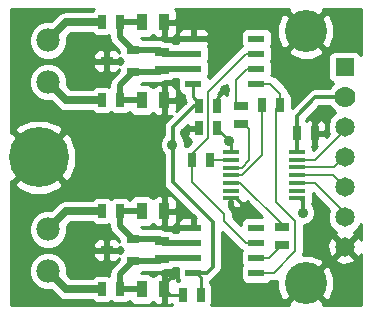
<source format=gtl>
G04 #@! TF.FileFunction,Copper,L1,Top,Signal*
%FSLAX46Y46*%
G04 Gerber Fmt 4.6, Leading zero omitted, Abs format (unit mm)*
G04 Created by KiCad (PCBNEW (2014-11-09 BZR 5259)-product) date Sat 15 Nov 2014 10:42:28 PM PST*
%MOMM*%
G01*
G04 APERTURE LIST*
%ADD10C,0.050000*%
%ADD11R,1.524000X1.524000*%
%ADD12C,1.778000*%
%ADD13C,1.651000*%
%ADD14R,0.889000X1.397000*%
%ADD15R,1.143000X0.635000*%
%ADD16R,0.635000X1.143000*%
%ADD17R,1.000760X0.800100*%
%ADD18R,1.399540X0.599440*%
%ADD19C,3.556000*%
%ADD20C,5.080000*%
%ADD21R,1.397000X0.431800*%
%ADD22C,1.968500*%
%ADD23C,0.889000*%
%ADD24C,0.254000*%
%ADD25C,0.508000*%
%ADD26C,0.304800*%
%ADD27C,0.635000*%
%ADD28C,0.203200*%
G04 APERTURE END LIST*
D10*
D11*
X130556000Y-93980000D03*
D12*
X130556000Y-96520000D03*
D13*
X130556000Y-99060000D03*
X130556000Y-101600000D03*
X130556000Y-104140000D03*
X130556000Y-106680000D03*
X130556000Y-109220000D03*
D14*
X115252500Y-106172000D03*
X113347500Y-106172000D03*
X113347500Y-112776000D03*
X115252500Y-112776000D03*
D15*
X115062000Y-108712000D03*
X115062000Y-110236000D03*
D14*
X115252500Y-90170000D03*
X113347500Y-90170000D03*
X113347500Y-96774000D03*
X115252500Y-96774000D03*
D15*
X115062000Y-92710000D03*
X115062000Y-94234000D03*
D16*
X118364000Y-113284000D03*
X116840000Y-113284000D03*
X118186200Y-97282000D03*
X119710200Y-97282000D03*
X109982000Y-106172000D03*
X111506000Y-106172000D03*
X109982000Y-112776000D03*
X111506000Y-112776000D03*
X109982000Y-90170000D03*
X111506000Y-90170000D03*
X109982000Y-96774000D03*
X111506000Y-96774000D03*
X117596920Y-101831140D03*
X119120920Y-101831140D03*
D15*
X121793000Y-97282000D03*
X121793000Y-98806000D03*
D16*
X125095000Y-97155000D03*
X123571000Y-97155000D03*
D15*
X125196600Y-109016800D03*
X125196600Y-107492800D03*
D17*
X110406180Y-109474000D03*
X112605820Y-108521500D03*
X112605820Y-110426500D03*
X110406180Y-93472000D03*
X112605820Y-92519500D03*
X112605820Y-94424500D03*
D18*
X123063000Y-107569000D03*
X117729000Y-107569000D03*
X123063000Y-108839000D03*
X123063000Y-110109000D03*
X123063000Y-111379000D03*
X117729000Y-108839000D03*
X117729000Y-110109000D03*
X117729000Y-111379000D03*
X123063000Y-91567000D03*
X117729000Y-91567000D03*
X123063000Y-92837000D03*
X123063000Y-94107000D03*
X123063000Y-95377000D03*
X117729000Y-92837000D03*
X117729000Y-94107000D03*
X117729000Y-95377000D03*
D19*
X127254000Y-90932000D03*
X127254000Y-112268000D03*
D20*
X104648000Y-101600000D03*
D21*
X120904000Y-101193600D03*
X120904000Y-101828600D03*
X120904000Y-102489000D03*
X120904000Y-103124000D03*
X120904000Y-103784400D03*
X120904000Y-104432100D03*
X120904000Y-105079800D03*
X126492000Y-105079800D03*
X126492000Y-104432100D03*
X126492000Y-103784400D03*
X126492000Y-103124000D03*
X126492000Y-102476300D03*
X126492000Y-101828600D03*
X126492000Y-101180900D03*
D22*
X105410000Y-107724000D03*
X105410000Y-111224000D03*
X105410000Y-91722000D03*
X105410000Y-95222000D03*
D16*
X118186200Y-99161600D03*
X119710200Y-99161600D03*
X128016000Y-99568000D03*
X126492000Y-99568000D03*
D23*
X116636800Y-90170000D03*
X120396000Y-95910400D03*
X117043200Y-99568000D03*
X122123200Y-105841800D03*
X128828800Y-98069400D03*
X121666000Y-113030000D03*
X116001800Y-111582200D03*
X126974600Y-106299000D03*
X120764300Y-100215700D03*
X115951000Y-100533200D03*
D24*
X115252500Y-90170000D02*
X116636800Y-90170000D01*
X130556000Y-109220000D02*
X130556000Y-109143800D01*
X119710200Y-96596200D02*
X120396000Y-95910400D01*
X119710200Y-97282000D02*
X119710200Y-96596200D01*
X117449600Y-99161600D02*
X117043200Y-99568000D01*
X118186200Y-99161600D02*
X117449600Y-99161600D01*
X121361200Y-105079800D02*
X122123200Y-105841800D01*
X120904000Y-105079800D02*
X121361200Y-105079800D01*
X115760500Y-113284000D02*
X115252500Y-112776000D01*
X116840000Y-113284000D02*
X115760500Y-113284000D01*
X115252500Y-112776000D02*
X115252500Y-112331500D01*
X128016000Y-98882200D02*
X128828800Y-98069400D01*
X128016000Y-99568000D02*
X128016000Y-98882200D01*
X115252500Y-112331500D02*
X116001800Y-111582200D01*
D25*
X111506000Y-106172000D02*
X113347500Y-106172000D01*
X111506000Y-107421680D02*
X112605820Y-108521500D01*
X111506000Y-106172000D02*
X111506000Y-107421680D01*
X114871500Y-108521500D02*
X115062000Y-108712000D01*
X112605820Y-108521500D02*
X114871500Y-108521500D01*
X115189000Y-108839000D02*
X115062000Y-108712000D01*
X117729000Y-108839000D02*
X115189000Y-108839000D01*
X111506000Y-112776000D02*
X113347500Y-112776000D01*
X111506000Y-111526320D02*
X112605820Y-110426500D01*
X111506000Y-112776000D02*
X111506000Y-111526320D01*
X114871500Y-110426500D02*
X115062000Y-110236000D01*
X112605820Y-110426500D02*
X114871500Y-110426500D01*
X115189000Y-110109000D02*
X115062000Y-110236000D01*
X117729000Y-110109000D02*
X115189000Y-110109000D01*
X111506000Y-91419680D02*
X112605820Y-92519500D01*
X111506000Y-90170000D02*
X111506000Y-91419680D01*
X111506000Y-90170000D02*
X113347500Y-90170000D01*
X115189000Y-92837000D02*
X117729000Y-92837000D01*
X114871500Y-92519500D02*
X115189000Y-92837000D01*
X112605820Y-92519500D02*
X114871500Y-92519500D01*
X111506000Y-95524320D02*
X112605820Y-94424500D01*
X111506000Y-96774000D02*
X111506000Y-95524320D01*
X111506000Y-96774000D02*
X113347500Y-96774000D01*
X115189000Y-94107000D02*
X117729000Y-94107000D01*
X114871500Y-94424500D02*
X115189000Y-94107000D01*
X112605820Y-94424500D02*
X114871500Y-94424500D01*
D26*
X126974600Y-106299000D02*
X126974600Y-105308400D01*
X126974600Y-105308400D02*
X126746000Y-105079800D01*
X126746000Y-105079800D02*
X126492000Y-105079800D01*
D24*
X116001800Y-100533200D02*
X115951000Y-100533200D01*
X118186200Y-97282000D02*
X118186200Y-96977200D01*
X118186200Y-96977200D02*
X118186200Y-97282000D01*
X117729000Y-96520000D02*
X118186200Y-96977200D01*
X117729000Y-95377000D02*
X117729000Y-96520000D01*
X120904000Y-100355400D02*
X120764300Y-100215700D01*
X120904000Y-101193600D02*
X120904000Y-100355400D01*
X120764300Y-100215700D02*
X119710200Y-99161600D01*
X117983000Y-111379000D02*
X117729000Y-111379000D01*
X118364000Y-111760000D02*
X117983000Y-111379000D01*
X118364000Y-113284000D02*
X118364000Y-111760000D01*
D26*
X117805200Y-97282000D02*
X118186200Y-97282000D01*
X116001800Y-99085400D02*
X117805200Y-97282000D01*
X116001800Y-101600000D02*
X116001800Y-100533200D01*
X116001800Y-100533200D02*
X116001800Y-99085400D01*
X116001800Y-103708200D02*
X119380000Y-107086400D01*
X119380000Y-107086400D02*
X119380000Y-110871000D01*
X119380000Y-110871000D02*
X118872000Y-111379000D01*
X118872000Y-111379000D02*
X117729000Y-111379000D01*
X116001800Y-101600000D02*
X116001800Y-103708200D01*
D27*
X106962000Y-106172000D02*
X105410000Y-107724000D01*
X109982000Y-106172000D02*
X106962000Y-106172000D01*
X106962000Y-112776000D02*
X105410000Y-111224000D01*
X109982000Y-112776000D02*
X106962000Y-112776000D01*
X106962000Y-90170000D02*
X105410000Y-91722000D01*
X109982000Y-90170000D02*
X106962000Y-90170000D01*
X106962000Y-96774000D02*
X105410000Y-95222000D01*
X109982000Y-96774000D02*
X106962000Y-96774000D01*
D28*
X129679700Y-102476300D02*
X130556000Y-101600000D01*
X126492000Y-102476300D02*
X129679700Y-102476300D01*
X130556000Y-106349800D02*
X130556000Y-106680000D01*
X127990600Y-103784400D02*
X130556000Y-106349800D01*
X126492000Y-103784400D02*
X127990600Y-103784400D01*
X130556000Y-99314000D02*
X130556000Y-99060000D01*
X128041400Y-101828600D02*
X130556000Y-99314000D01*
X126492000Y-101828600D02*
X128041400Y-101828600D01*
X129540000Y-103124000D02*
X130556000Y-104140000D01*
X126492000Y-103124000D02*
X129540000Y-103124000D01*
X117596920Y-101300280D02*
X117596920Y-101831140D01*
X122174000Y-92837000D02*
X118948200Y-96062800D01*
X118948200Y-96062800D02*
X118948200Y-99949000D01*
X118948200Y-99949000D02*
X117596920Y-101300280D01*
X123063000Y-92837000D02*
X122174000Y-92837000D01*
X122148600Y-108839000D02*
X120319800Y-107010200D01*
X120319800Y-107010200D02*
X120319800Y-106400600D01*
X120319800Y-106400600D02*
X117596920Y-103677720D01*
X117596920Y-103677720D02*
X117596920Y-101831140D01*
X123063000Y-108839000D02*
X122148600Y-108839000D01*
X123063000Y-94107000D02*
X122504200Y-94107000D01*
D24*
X123063000Y-94107000D02*
X123571000Y-94107000D01*
D28*
X121666000Y-97282000D02*
X121793000Y-97282000D01*
X122275600Y-94107000D02*
X121310400Y-95072200D01*
X121310400Y-95072200D02*
X121310400Y-96926400D01*
X121310400Y-96926400D02*
X121666000Y-97282000D01*
X123063000Y-94107000D02*
X122275600Y-94107000D01*
X124764800Y-97485200D02*
X125095000Y-97155000D01*
X126365000Y-106984800D02*
X124764800Y-105384600D01*
X126365000Y-109575600D02*
X126365000Y-106984800D01*
X124764800Y-105384600D02*
X124764800Y-97485200D01*
X124561600Y-111379000D02*
X126365000Y-109575600D01*
X123063000Y-111379000D02*
X124561600Y-111379000D01*
X124256800Y-95377000D02*
X125095000Y-96215200D01*
X125095000Y-96215200D02*
X125095000Y-97155000D01*
X123063000Y-95377000D02*
X124256800Y-95377000D01*
X124104400Y-110109000D02*
X125196600Y-109016800D01*
X123063000Y-110109000D02*
X124104400Y-110109000D01*
X120901460Y-101831140D02*
X120904000Y-101828600D01*
X119120920Y-101831140D02*
X120901460Y-101831140D01*
X122047000Y-98806000D02*
X121793000Y-98806000D01*
X121818400Y-102489000D02*
X122428000Y-101879400D01*
X122428000Y-101879400D02*
X122428000Y-99187000D01*
X122428000Y-99187000D02*
X122047000Y-98806000D01*
X120904000Y-102489000D02*
X121818400Y-102489000D01*
X123571000Y-101396800D02*
X121843800Y-103124000D01*
X121843800Y-103124000D02*
X120904000Y-103124000D01*
X123571000Y-97155000D02*
X123571000Y-101396800D01*
X125196600Y-107264200D02*
X125196600Y-107492800D01*
X121716800Y-103784400D02*
X125196600Y-107264200D01*
X120904000Y-103784400D02*
X121716800Y-103784400D01*
D26*
X126492000Y-99568000D02*
X126492000Y-101180900D01*
X130556000Y-96520000D02*
X128066800Y-96520000D01*
X126492000Y-98094800D02*
X126492000Y-99568000D01*
X128066800Y-96520000D02*
X126492000Y-98094800D01*
D24*
G36*
X116987000Y-113411000D02*
X116967000Y-113411000D01*
X116967000Y-113431000D01*
X116713000Y-113431000D01*
X116713000Y-113411000D01*
X116693000Y-113411000D01*
X116693000Y-113157000D01*
X116713000Y-113157000D01*
X116713000Y-113137000D01*
X116967000Y-113137000D01*
X116967000Y-113157000D01*
X116987000Y-113157000D01*
X116987000Y-113411000D01*
X116987000Y-113411000D01*
G37*
X116987000Y-113411000D02*
X116967000Y-113411000D01*
X116967000Y-113431000D01*
X116713000Y-113431000D01*
X116713000Y-113411000D01*
X116693000Y-113411000D01*
X116693000Y-113157000D01*
X116713000Y-113157000D01*
X116713000Y-113137000D01*
X116967000Y-113137000D01*
X116967000Y-113157000D01*
X116987000Y-113157000D01*
X116987000Y-113411000D01*
G36*
X117914539Y-106734491D02*
X117856000Y-106793030D01*
X117856000Y-107442000D01*
X117876000Y-107442000D01*
X117876000Y-107696000D01*
X117856000Y-107696000D01*
X117856000Y-107716000D01*
X117602000Y-107716000D01*
X117602000Y-107696000D01*
X117602000Y-107442000D01*
X117602000Y-106793030D01*
X117443250Y-106634280D01*
X117155539Y-106634280D01*
X116902920Y-106634280D01*
X116669531Y-106730953D01*
X116490903Y-106909582D01*
X116394230Y-107142971D01*
X116394230Y-107283250D01*
X116552980Y-107442000D01*
X117602000Y-107442000D01*
X117602000Y-107696000D01*
X116552980Y-107696000D01*
X116394230Y-107854750D01*
X116394230Y-107950000D01*
X116332000Y-107950000D01*
X116332000Y-106996810D01*
X116332000Y-106744191D01*
X116332000Y-106457750D01*
X116332000Y-105886250D01*
X116332000Y-105599809D01*
X116332000Y-105347190D01*
X116235327Y-105113801D01*
X116056698Y-104935173D01*
X115823309Y-104838500D01*
X115538250Y-104838500D01*
X115379500Y-104997250D01*
X115379500Y-106045000D01*
X116173250Y-106045000D01*
X116332000Y-105886250D01*
X116332000Y-106457750D01*
X116173250Y-106299000D01*
X115379500Y-106299000D01*
X115379500Y-107346750D01*
X115538250Y-107505500D01*
X115823309Y-107505500D01*
X116056698Y-107408827D01*
X116235327Y-107230199D01*
X116332000Y-106996810D01*
X116332000Y-107950000D01*
X116087025Y-107950000D01*
X115993199Y-107856173D01*
X115759810Y-107759500D01*
X115507191Y-107759500D01*
X115300498Y-107759500D01*
X115211706Y-107700171D01*
X114871500Y-107632500D01*
X113515275Y-107632500D01*
X113465899Y-107583123D01*
X113278500Y-107505500D01*
X113918309Y-107505500D01*
X114151698Y-107408827D01*
X114300000Y-107260525D01*
X114448302Y-107408827D01*
X114681691Y-107505500D01*
X114966750Y-107505500D01*
X115125500Y-107346750D01*
X115125500Y-106299000D01*
X115105500Y-106299000D01*
X115105500Y-106045000D01*
X115125500Y-106045000D01*
X115125500Y-104997250D01*
X114966750Y-104838500D01*
X114681691Y-104838500D01*
X114448302Y-104935173D01*
X114299999Y-105083474D01*
X114151699Y-104935173D01*
X113918310Y-104838500D01*
X113665691Y-104838500D01*
X112776691Y-104838500D01*
X112543302Y-104935173D01*
X112364673Y-105113801D01*
X112326641Y-105205616D01*
X112183199Y-105062173D01*
X111949810Y-104965500D01*
X111697191Y-104965500D01*
X111062191Y-104965500D01*
X110828802Y-105062173D01*
X110744000Y-105146974D01*
X110659199Y-105062173D01*
X110425810Y-104965500D01*
X110173191Y-104965500D01*
X109538191Y-104965500D01*
X109304802Y-105062173D01*
X109147474Y-105219500D01*
X107823018Y-105219500D01*
X107823018Y-100968543D01*
X107339685Y-99801583D01*
X107339584Y-99801431D01*
X106912744Y-99514862D01*
X106733138Y-99694467D01*
X106733138Y-99335256D01*
X106446569Y-98908416D01*
X105279637Y-98425018D01*
X104016543Y-98424982D01*
X102849583Y-98908315D01*
X102849431Y-98908416D01*
X102562862Y-99335256D01*
X104648000Y-101420395D01*
X106733138Y-99335256D01*
X106733138Y-99694467D01*
X104827605Y-101600000D01*
X106912744Y-103685138D01*
X107339584Y-103398569D01*
X107822982Y-102231637D01*
X107823018Y-100968543D01*
X107823018Y-105219500D01*
X106962000Y-105219500D01*
X106733138Y-105265023D01*
X106733138Y-103864744D01*
X104648000Y-101779605D01*
X102562862Y-103864744D01*
X102849431Y-104291584D01*
X104016363Y-104774982D01*
X105279457Y-104775018D01*
X106446417Y-104291685D01*
X106446569Y-104291584D01*
X106733138Y-103864744D01*
X106733138Y-105265023D01*
X106597494Y-105292005D01*
X106288480Y-105498481D01*
X105681974Y-106104987D01*
X105089324Y-106104470D01*
X104493967Y-106350466D01*
X104038067Y-106805571D01*
X103791032Y-107400498D01*
X103790470Y-108044676D01*
X104036466Y-108640033D01*
X104491571Y-109095933D01*
X105086498Y-109342968D01*
X105730676Y-109343530D01*
X106326033Y-109097534D01*
X106781933Y-108642429D01*
X107028968Y-108047502D01*
X107029487Y-107451550D01*
X107356538Y-107124500D01*
X109147474Y-107124500D01*
X109304801Y-107281827D01*
X109538190Y-107378500D01*
X109790809Y-107378500D01*
X110425809Y-107378500D01*
X110617000Y-107299306D01*
X110617000Y-107421680D01*
X110684671Y-107761886D01*
X110877382Y-108050298D01*
X111470440Y-108643356D01*
X111470440Y-108775942D01*
X111444887Y-108714252D01*
X111266259Y-108535623D01*
X111032870Y-108438950D01*
X110780251Y-108438950D01*
X110691930Y-108438950D01*
X110533180Y-108597700D01*
X110533180Y-109347000D01*
X111382810Y-109347000D01*
X111532390Y-109197419D01*
X111567113Y-109281248D01*
X111745741Y-109459877D01*
X111779837Y-109474000D01*
X111745742Y-109488123D01*
X111567113Y-109666751D01*
X111532389Y-109750579D01*
X111382810Y-109601000D01*
X110533180Y-109601000D01*
X110533180Y-110350300D01*
X110691930Y-110509050D01*
X110780251Y-110509050D01*
X111032870Y-110509050D01*
X111266259Y-110412377D01*
X111444887Y-110233748D01*
X111470440Y-110172057D01*
X111470440Y-110304644D01*
X110877382Y-110897702D01*
X110684671Y-111186114D01*
X110617000Y-111526320D01*
X110617000Y-111648693D01*
X110425810Y-111569500D01*
X110279180Y-111569500D01*
X110279180Y-110350300D01*
X110279180Y-109601000D01*
X110279180Y-109347000D01*
X110279180Y-108597700D01*
X110120430Y-108438950D01*
X110032109Y-108438950D01*
X109779490Y-108438950D01*
X109546101Y-108535623D01*
X109367473Y-108714252D01*
X109270800Y-108947641D01*
X109270800Y-109188250D01*
X109429550Y-109347000D01*
X110279180Y-109347000D01*
X110279180Y-109601000D01*
X109429550Y-109601000D01*
X109270800Y-109759750D01*
X109270800Y-110000359D01*
X109367473Y-110233748D01*
X109546101Y-110412377D01*
X109779490Y-110509050D01*
X110032109Y-110509050D01*
X110120430Y-110509050D01*
X110279180Y-110350300D01*
X110279180Y-111569500D01*
X110173191Y-111569500D01*
X109538191Y-111569500D01*
X109304802Y-111666173D01*
X109147474Y-111823500D01*
X107356538Y-111823500D01*
X107029012Y-111495974D01*
X107029530Y-110903324D01*
X106783534Y-110307967D01*
X106328429Y-109852067D01*
X105733502Y-109605032D01*
X105089324Y-109604470D01*
X104493967Y-109850466D01*
X104038067Y-110305571D01*
X103791032Y-110900498D01*
X103790470Y-111544676D01*
X104036466Y-112140033D01*
X104491571Y-112595933D01*
X105086498Y-112842968D01*
X105682449Y-112843487D01*
X106288480Y-113449519D01*
X106288481Y-113449519D01*
X106597494Y-113655995D01*
X106962000Y-113728500D01*
X109147474Y-113728500D01*
X109304801Y-113885827D01*
X109538190Y-113982500D01*
X109790809Y-113982500D01*
X110425809Y-113982500D01*
X110659198Y-113885827D01*
X110743999Y-113801025D01*
X110828801Y-113885827D01*
X111062190Y-113982500D01*
X111314809Y-113982500D01*
X111949809Y-113982500D01*
X112183198Y-113885827D01*
X112326642Y-113742383D01*
X112364673Y-113834198D01*
X112543301Y-114012827D01*
X112776690Y-114109500D01*
X113029309Y-114109500D01*
X113918309Y-114109500D01*
X114151698Y-114012827D01*
X114300000Y-113864525D01*
X114448302Y-114012827D01*
X114681691Y-114109500D01*
X114966750Y-114109500D01*
X115125500Y-113950750D01*
X115125500Y-112903000D01*
X115105500Y-112903000D01*
X115105500Y-112649000D01*
X115125500Y-112649000D01*
X115125500Y-111601250D01*
X114966750Y-111442500D01*
X114681691Y-111442500D01*
X114448302Y-111539173D01*
X114299999Y-111687474D01*
X114151699Y-111539173D01*
X113918310Y-111442500D01*
X113665691Y-111442500D01*
X113278499Y-111442500D01*
X113465898Y-111364877D01*
X113515275Y-111315500D01*
X114871500Y-111315500D01*
X115211705Y-111247829D01*
X115211706Y-111247829D01*
X115300497Y-111188500D01*
X115300498Y-111188500D01*
X115759809Y-111188500D01*
X115993198Y-111091827D01*
X116087025Y-110998000D01*
X116394230Y-110998000D01*
X116394230Y-111205589D01*
X116394230Y-111805029D01*
X116490903Y-112038418D01*
X116529984Y-112077500D01*
X116396191Y-112077500D01*
X116332000Y-112104088D01*
X116332000Y-111951190D01*
X116235327Y-111717801D01*
X116056698Y-111539173D01*
X115823309Y-111442500D01*
X115538250Y-111442500D01*
X115379500Y-111601250D01*
X115379500Y-112649000D01*
X115399500Y-112649000D01*
X115399500Y-112903000D01*
X115379500Y-112903000D01*
X115379500Y-113950750D01*
X115538250Y-114109500D01*
X115823309Y-114109500D01*
X115923244Y-114068105D01*
X115945982Y-114123000D01*
X102285000Y-114123000D01*
X102285000Y-103619171D01*
X102383256Y-103685138D01*
X104468395Y-101600000D01*
X102383256Y-99514862D01*
X102285000Y-99580828D01*
X102285000Y-89077000D01*
X109287974Y-89077000D01*
X109147474Y-89217500D01*
X106962000Y-89217500D01*
X106597494Y-89290005D01*
X106288480Y-89496481D01*
X105681974Y-90102987D01*
X105089324Y-90102470D01*
X104493967Y-90348466D01*
X104038067Y-90803571D01*
X103791032Y-91398498D01*
X103790470Y-92042676D01*
X104036466Y-92638033D01*
X104491571Y-93093933D01*
X105086498Y-93340968D01*
X105730676Y-93341530D01*
X106326033Y-93095534D01*
X106781933Y-92640429D01*
X107028968Y-92045502D01*
X107029487Y-91449550D01*
X107356538Y-91122500D01*
X109147474Y-91122500D01*
X109304801Y-91279827D01*
X109538190Y-91376500D01*
X109790809Y-91376500D01*
X110425809Y-91376500D01*
X110617000Y-91297306D01*
X110617000Y-91419680D01*
X110684671Y-91759886D01*
X110877382Y-92048298D01*
X111470440Y-92641356D01*
X111470440Y-92773942D01*
X111444887Y-92712252D01*
X111266259Y-92533623D01*
X111032870Y-92436950D01*
X110780251Y-92436950D01*
X110691930Y-92436950D01*
X110533180Y-92595700D01*
X110533180Y-93345000D01*
X111382810Y-93345000D01*
X111532390Y-93195419D01*
X111567113Y-93279248D01*
X111745741Y-93457877D01*
X111779837Y-93472000D01*
X111745742Y-93486123D01*
X111567113Y-93664751D01*
X111532389Y-93748579D01*
X111382810Y-93599000D01*
X110533180Y-93599000D01*
X110533180Y-94348300D01*
X110691930Y-94507050D01*
X110780251Y-94507050D01*
X111032870Y-94507050D01*
X111266259Y-94410377D01*
X111444887Y-94231748D01*
X111470440Y-94170057D01*
X111470440Y-94302644D01*
X110877382Y-94895702D01*
X110684671Y-95184114D01*
X110617000Y-95524320D01*
X110617000Y-95646693D01*
X110425810Y-95567500D01*
X110279180Y-95567500D01*
X110279180Y-94348300D01*
X110279180Y-93599000D01*
X110279180Y-93345000D01*
X110279180Y-92595700D01*
X110120430Y-92436950D01*
X110032109Y-92436950D01*
X109779490Y-92436950D01*
X109546101Y-92533623D01*
X109367473Y-92712252D01*
X109270800Y-92945641D01*
X109270800Y-93186250D01*
X109429550Y-93345000D01*
X110279180Y-93345000D01*
X110279180Y-93599000D01*
X109429550Y-93599000D01*
X109270800Y-93757750D01*
X109270800Y-93998359D01*
X109367473Y-94231748D01*
X109546101Y-94410377D01*
X109779490Y-94507050D01*
X110032109Y-94507050D01*
X110120430Y-94507050D01*
X110279180Y-94348300D01*
X110279180Y-95567500D01*
X110173191Y-95567500D01*
X109538191Y-95567500D01*
X109304802Y-95664173D01*
X109147474Y-95821500D01*
X107356538Y-95821500D01*
X107029012Y-95493974D01*
X107029530Y-94901324D01*
X106783534Y-94305967D01*
X106328429Y-93850067D01*
X105733502Y-93603032D01*
X105089324Y-93602470D01*
X104493967Y-93848466D01*
X104038067Y-94303571D01*
X103791032Y-94898498D01*
X103790470Y-95542676D01*
X104036466Y-96138033D01*
X104491571Y-96593933D01*
X105086498Y-96840968D01*
X105682449Y-96841487D01*
X106288480Y-97447519D01*
X106288481Y-97447519D01*
X106597494Y-97653995D01*
X106962000Y-97726500D01*
X109147474Y-97726500D01*
X109304801Y-97883827D01*
X109538190Y-97980500D01*
X109790809Y-97980500D01*
X110425809Y-97980500D01*
X110659198Y-97883827D01*
X110743999Y-97799025D01*
X110828801Y-97883827D01*
X111062190Y-97980500D01*
X111314809Y-97980500D01*
X111949809Y-97980500D01*
X112183198Y-97883827D01*
X112326642Y-97740383D01*
X112364673Y-97832198D01*
X112543301Y-98010827D01*
X112776690Y-98107500D01*
X113029309Y-98107500D01*
X113918309Y-98107500D01*
X114151698Y-98010827D01*
X114300000Y-97862525D01*
X114448302Y-98010827D01*
X114681691Y-98107500D01*
X114966750Y-98107500D01*
X115125500Y-97948750D01*
X115125500Y-96901000D01*
X115105500Y-96901000D01*
X115105500Y-96647000D01*
X115125500Y-96647000D01*
X115125500Y-95599250D01*
X114966750Y-95440500D01*
X114681691Y-95440500D01*
X114448302Y-95537173D01*
X114299999Y-95685474D01*
X114151699Y-95537173D01*
X113918310Y-95440500D01*
X113665691Y-95440500D01*
X113278499Y-95440500D01*
X113465898Y-95362877D01*
X113515275Y-95313500D01*
X114871500Y-95313500D01*
X115211705Y-95245829D01*
X115211706Y-95245829D01*
X115300497Y-95186500D01*
X115300498Y-95186500D01*
X115759809Y-95186500D01*
X115993198Y-95089827D01*
X116087025Y-94996000D01*
X116394230Y-94996000D01*
X116394230Y-95203589D01*
X116394230Y-95803029D01*
X116490903Y-96036418D01*
X116669531Y-96215047D01*
X116902920Y-96311720D01*
X116967000Y-96311720D01*
X116967000Y-96520000D01*
X117025004Y-96811605D01*
X117079894Y-96893753D01*
X116301708Y-97671939D01*
X116332000Y-97598810D01*
X116332000Y-97346191D01*
X116332000Y-97059750D01*
X116332000Y-96488250D01*
X116332000Y-96201809D01*
X116332000Y-95949190D01*
X116235327Y-95715801D01*
X116056698Y-95537173D01*
X115823309Y-95440500D01*
X115538250Y-95440500D01*
X115379500Y-95599250D01*
X115379500Y-96647000D01*
X116173250Y-96647000D01*
X116332000Y-96488250D01*
X116332000Y-97059750D01*
X116173250Y-96901000D01*
X115379500Y-96901000D01*
X115379500Y-97948750D01*
X115538250Y-98107500D01*
X115823309Y-98107500D01*
X115896439Y-98077208D01*
X115445024Y-98528624D01*
X115274337Y-98784075D01*
X115214400Y-99085400D01*
X115214400Y-99743202D01*
X115036378Y-99920914D01*
X114871687Y-100317532D01*
X114871313Y-100746984D01*
X115035311Y-101143889D01*
X115214400Y-101323290D01*
X115214400Y-101600000D01*
X115214400Y-103708200D01*
X115274337Y-104009525D01*
X115445024Y-104264976D01*
X117914539Y-106734491D01*
X117914539Y-106734491D01*
G37*
X117914539Y-106734491D02*
X117856000Y-106793030D01*
X117856000Y-107442000D01*
X117876000Y-107442000D01*
X117876000Y-107696000D01*
X117856000Y-107696000D01*
X117856000Y-107716000D01*
X117602000Y-107716000D01*
X117602000Y-107696000D01*
X117602000Y-107442000D01*
X117602000Y-106793030D01*
X117443250Y-106634280D01*
X117155539Y-106634280D01*
X116902920Y-106634280D01*
X116669531Y-106730953D01*
X116490903Y-106909582D01*
X116394230Y-107142971D01*
X116394230Y-107283250D01*
X116552980Y-107442000D01*
X117602000Y-107442000D01*
X117602000Y-107696000D01*
X116552980Y-107696000D01*
X116394230Y-107854750D01*
X116394230Y-107950000D01*
X116332000Y-107950000D01*
X116332000Y-106996810D01*
X116332000Y-106744191D01*
X116332000Y-106457750D01*
X116332000Y-105886250D01*
X116332000Y-105599809D01*
X116332000Y-105347190D01*
X116235327Y-105113801D01*
X116056698Y-104935173D01*
X115823309Y-104838500D01*
X115538250Y-104838500D01*
X115379500Y-104997250D01*
X115379500Y-106045000D01*
X116173250Y-106045000D01*
X116332000Y-105886250D01*
X116332000Y-106457750D01*
X116173250Y-106299000D01*
X115379500Y-106299000D01*
X115379500Y-107346750D01*
X115538250Y-107505500D01*
X115823309Y-107505500D01*
X116056698Y-107408827D01*
X116235327Y-107230199D01*
X116332000Y-106996810D01*
X116332000Y-107950000D01*
X116087025Y-107950000D01*
X115993199Y-107856173D01*
X115759810Y-107759500D01*
X115507191Y-107759500D01*
X115300498Y-107759500D01*
X115211706Y-107700171D01*
X114871500Y-107632500D01*
X113515275Y-107632500D01*
X113465899Y-107583123D01*
X113278500Y-107505500D01*
X113918309Y-107505500D01*
X114151698Y-107408827D01*
X114300000Y-107260525D01*
X114448302Y-107408827D01*
X114681691Y-107505500D01*
X114966750Y-107505500D01*
X115125500Y-107346750D01*
X115125500Y-106299000D01*
X115105500Y-106299000D01*
X115105500Y-106045000D01*
X115125500Y-106045000D01*
X115125500Y-104997250D01*
X114966750Y-104838500D01*
X114681691Y-104838500D01*
X114448302Y-104935173D01*
X114299999Y-105083474D01*
X114151699Y-104935173D01*
X113918310Y-104838500D01*
X113665691Y-104838500D01*
X112776691Y-104838500D01*
X112543302Y-104935173D01*
X112364673Y-105113801D01*
X112326641Y-105205616D01*
X112183199Y-105062173D01*
X111949810Y-104965500D01*
X111697191Y-104965500D01*
X111062191Y-104965500D01*
X110828802Y-105062173D01*
X110744000Y-105146974D01*
X110659199Y-105062173D01*
X110425810Y-104965500D01*
X110173191Y-104965500D01*
X109538191Y-104965500D01*
X109304802Y-105062173D01*
X109147474Y-105219500D01*
X107823018Y-105219500D01*
X107823018Y-100968543D01*
X107339685Y-99801583D01*
X107339584Y-99801431D01*
X106912744Y-99514862D01*
X106733138Y-99694467D01*
X106733138Y-99335256D01*
X106446569Y-98908416D01*
X105279637Y-98425018D01*
X104016543Y-98424982D01*
X102849583Y-98908315D01*
X102849431Y-98908416D01*
X102562862Y-99335256D01*
X104648000Y-101420395D01*
X106733138Y-99335256D01*
X106733138Y-99694467D01*
X104827605Y-101600000D01*
X106912744Y-103685138D01*
X107339584Y-103398569D01*
X107822982Y-102231637D01*
X107823018Y-100968543D01*
X107823018Y-105219500D01*
X106962000Y-105219500D01*
X106733138Y-105265023D01*
X106733138Y-103864744D01*
X104648000Y-101779605D01*
X102562862Y-103864744D01*
X102849431Y-104291584D01*
X104016363Y-104774982D01*
X105279457Y-104775018D01*
X106446417Y-104291685D01*
X106446569Y-104291584D01*
X106733138Y-103864744D01*
X106733138Y-105265023D01*
X106597494Y-105292005D01*
X106288480Y-105498481D01*
X105681974Y-106104987D01*
X105089324Y-106104470D01*
X104493967Y-106350466D01*
X104038067Y-106805571D01*
X103791032Y-107400498D01*
X103790470Y-108044676D01*
X104036466Y-108640033D01*
X104491571Y-109095933D01*
X105086498Y-109342968D01*
X105730676Y-109343530D01*
X106326033Y-109097534D01*
X106781933Y-108642429D01*
X107028968Y-108047502D01*
X107029487Y-107451550D01*
X107356538Y-107124500D01*
X109147474Y-107124500D01*
X109304801Y-107281827D01*
X109538190Y-107378500D01*
X109790809Y-107378500D01*
X110425809Y-107378500D01*
X110617000Y-107299306D01*
X110617000Y-107421680D01*
X110684671Y-107761886D01*
X110877382Y-108050298D01*
X111470440Y-108643356D01*
X111470440Y-108775942D01*
X111444887Y-108714252D01*
X111266259Y-108535623D01*
X111032870Y-108438950D01*
X110780251Y-108438950D01*
X110691930Y-108438950D01*
X110533180Y-108597700D01*
X110533180Y-109347000D01*
X111382810Y-109347000D01*
X111532390Y-109197419D01*
X111567113Y-109281248D01*
X111745741Y-109459877D01*
X111779837Y-109474000D01*
X111745742Y-109488123D01*
X111567113Y-109666751D01*
X111532389Y-109750579D01*
X111382810Y-109601000D01*
X110533180Y-109601000D01*
X110533180Y-110350300D01*
X110691930Y-110509050D01*
X110780251Y-110509050D01*
X111032870Y-110509050D01*
X111266259Y-110412377D01*
X111444887Y-110233748D01*
X111470440Y-110172057D01*
X111470440Y-110304644D01*
X110877382Y-110897702D01*
X110684671Y-111186114D01*
X110617000Y-111526320D01*
X110617000Y-111648693D01*
X110425810Y-111569500D01*
X110279180Y-111569500D01*
X110279180Y-110350300D01*
X110279180Y-109601000D01*
X110279180Y-109347000D01*
X110279180Y-108597700D01*
X110120430Y-108438950D01*
X110032109Y-108438950D01*
X109779490Y-108438950D01*
X109546101Y-108535623D01*
X109367473Y-108714252D01*
X109270800Y-108947641D01*
X109270800Y-109188250D01*
X109429550Y-109347000D01*
X110279180Y-109347000D01*
X110279180Y-109601000D01*
X109429550Y-109601000D01*
X109270800Y-109759750D01*
X109270800Y-110000359D01*
X109367473Y-110233748D01*
X109546101Y-110412377D01*
X109779490Y-110509050D01*
X110032109Y-110509050D01*
X110120430Y-110509050D01*
X110279180Y-110350300D01*
X110279180Y-111569500D01*
X110173191Y-111569500D01*
X109538191Y-111569500D01*
X109304802Y-111666173D01*
X109147474Y-111823500D01*
X107356538Y-111823500D01*
X107029012Y-111495974D01*
X107029530Y-110903324D01*
X106783534Y-110307967D01*
X106328429Y-109852067D01*
X105733502Y-109605032D01*
X105089324Y-109604470D01*
X104493967Y-109850466D01*
X104038067Y-110305571D01*
X103791032Y-110900498D01*
X103790470Y-111544676D01*
X104036466Y-112140033D01*
X104491571Y-112595933D01*
X105086498Y-112842968D01*
X105682449Y-112843487D01*
X106288480Y-113449519D01*
X106288481Y-113449519D01*
X106597494Y-113655995D01*
X106962000Y-113728500D01*
X109147474Y-113728500D01*
X109304801Y-113885827D01*
X109538190Y-113982500D01*
X109790809Y-113982500D01*
X110425809Y-113982500D01*
X110659198Y-113885827D01*
X110743999Y-113801025D01*
X110828801Y-113885827D01*
X111062190Y-113982500D01*
X111314809Y-113982500D01*
X111949809Y-113982500D01*
X112183198Y-113885827D01*
X112326642Y-113742383D01*
X112364673Y-113834198D01*
X112543301Y-114012827D01*
X112776690Y-114109500D01*
X113029309Y-114109500D01*
X113918309Y-114109500D01*
X114151698Y-114012827D01*
X114300000Y-113864525D01*
X114448302Y-114012827D01*
X114681691Y-114109500D01*
X114966750Y-114109500D01*
X115125500Y-113950750D01*
X115125500Y-112903000D01*
X115105500Y-112903000D01*
X115105500Y-112649000D01*
X115125500Y-112649000D01*
X115125500Y-111601250D01*
X114966750Y-111442500D01*
X114681691Y-111442500D01*
X114448302Y-111539173D01*
X114299999Y-111687474D01*
X114151699Y-111539173D01*
X113918310Y-111442500D01*
X113665691Y-111442500D01*
X113278499Y-111442500D01*
X113465898Y-111364877D01*
X113515275Y-111315500D01*
X114871500Y-111315500D01*
X115211705Y-111247829D01*
X115211706Y-111247829D01*
X115300497Y-111188500D01*
X115300498Y-111188500D01*
X115759809Y-111188500D01*
X115993198Y-111091827D01*
X116087025Y-110998000D01*
X116394230Y-110998000D01*
X116394230Y-111205589D01*
X116394230Y-111805029D01*
X116490903Y-112038418D01*
X116529984Y-112077500D01*
X116396191Y-112077500D01*
X116332000Y-112104088D01*
X116332000Y-111951190D01*
X116235327Y-111717801D01*
X116056698Y-111539173D01*
X115823309Y-111442500D01*
X115538250Y-111442500D01*
X115379500Y-111601250D01*
X115379500Y-112649000D01*
X115399500Y-112649000D01*
X115399500Y-112903000D01*
X115379500Y-112903000D01*
X115379500Y-113950750D01*
X115538250Y-114109500D01*
X115823309Y-114109500D01*
X115923244Y-114068105D01*
X115945982Y-114123000D01*
X102285000Y-114123000D01*
X102285000Y-103619171D01*
X102383256Y-103685138D01*
X104468395Y-101600000D01*
X102383256Y-99514862D01*
X102285000Y-99580828D01*
X102285000Y-89077000D01*
X109287974Y-89077000D01*
X109147474Y-89217500D01*
X106962000Y-89217500D01*
X106597494Y-89290005D01*
X106288480Y-89496481D01*
X105681974Y-90102987D01*
X105089324Y-90102470D01*
X104493967Y-90348466D01*
X104038067Y-90803571D01*
X103791032Y-91398498D01*
X103790470Y-92042676D01*
X104036466Y-92638033D01*
X104491571Y-93093933D01*
X105086498Y-93340968D01*
X105730676Y-93341530D01*
X106326033Y-93095534D01*
X106781933Y-92640429D01*
X107028968Y-92045502D01*
X107029487Y-91449550D01*
X107356538Y-91122500D01*
X109147474Y-91122500D01*
X109304801Y-91279827D01*
X109538190Y-91376500D01*
X109790809Y-91376500D01*
X110425809Y-91376500D01*
X110617000Y-91297306D01*
X110617000Y-91419680D01*
X110684671Y-91759886D01*
X110877382Y-92048298D01*
X111470440Y-92641356D01*
X111470440Y-92773942D01*
X111444887Y-92712252D01*
X111266259Y-92533623D01*
X111032870Y-92436950D01*
X110780251Y-92436950D01*
X110691930Y-92436950D01*
X110533180Y-92595700D01*
X110533180Y-93345000D01*
X111382810Y-93345000D01*
X111532390Y-93195419D01*
X111567113Y-93279248D01*
X111745741Y-93457877D01*
X111779837Y-93472000D01*
X111745742Y-93486123D01*
X111567113Y-93664751D01*
X111532389Y-93748579D01*
X111382810Y-93599000D01*
X110533180Y-93599000D01*
X110533180Y-94348300D01*
X110691930Y-94507050D01*
X110780251Y-94507050D01*
X111032870Y-94507050D01*
X111266259Y-94410377D01*
X111444887Y-94231748D01*
X111470440Y-94170057D01*
X111470440Y-94302644D01*
X110877382Y-94895702D01*
X110684671Y-95184114D01*
X110617000Y-95524320D01*
X110617000Y-95646693D01*
X110425810Y-95567500D01*
X110279180Y-95567500D01*
X110279180Y-94348300D01*
X110279180Y-93599000D01*
X110279180Y-93345000D01*
X110279180Y-92595700D01*
X110120430Y-92436950D01*
X110032109Y-92436950D01*
X109779490Y-92436950D01*
X109546101Y-92533623D01*
X109367473Y-92712252D01*
X109270800Y-92945641D01*
X109270800Y-93186250D01*
X109429550Y-93345000D01*
X110279180Y-93345000D01*
X110279180Y-93599000D01*
X109429550Y-93599000D01*
X109270800Y-93757750D01*
X109270800Y-93998359D01*
X109367473Y-94231748D01*
X109546101Y-94410377D01*
X109779490Y-94507050D01*
X110032109Y-94507050D01*
X110120430Y-94507050D01*
X110279180Y-94348300D01*
X110279180Y-95567500D01*
X110173191Y-95567500D01*
X109538191Y-95567500D01*
X109304802Y-95664173D01*
X109147474Y-95821500D01*
X107356538Y-95821500D01*
X107029012Y-95493974D01*
X107029530Y-94901324D01*
X106783534Y-94305967D01*
X106328429Y-93850067D01*
X105733502Y-93603032D01*
X105089324Y-93602470D01*
X104493967Y-93848466D01*
X104038067Y-94303571D01*
X103791032Y-94898498D01*
X103790470Y-95542676D01*
X104036466Y-96138033D01*
X104491571Y-96593933D01*
X105086498Y-96840968D01*
X105682449Y-96841487D01*
X106288480Y-97447519D01*
X106288481Y-97447519D01*
X106597494Y-97653995D01*
X106962000Y-97726500D01*
X109147474Y-97726500D01*
X109304801Y-97883827D01*
X109538190Y-97980500D01*
X109790809Y-97980500D01*
X110425809Y-97980500D01*
X110659198Y-97883827D01*
X110743999Y-97799025D01*
X110828801Y-97883827D01*
X111062190Y-97980500D01*
X111314809Y-97980500D01*
X111949809Y-97980500D01*
X112183198Y-97883827D01*
X112326642Y-97740383D01*
X112364673Y-97832198D01*
X112543301Y-98010827D01*
X112776690Y-98107500D01*
X113029309Y-98107500D01*
X113918309Y-98107500D01*
X114151698Y-98010827D01*
X114300000Y-97862525D01*
X114448302Y-98010827D01*
X114681691Y-98107500D01*
X114966750Y-98107500D01*
X115125500Y-97948750D01*
X115125500Y-96901000D01*
X115105500Y-96901000D01*
X115105500Y-96647000D01*
X115125500Y-96647000D01*
X115125500Y-95599250D01*
X114966750Y-95440500D01*
X114681691Y-95440500D01*
X114448302Y-95537173D01*
X114299999Y-95685474D01*
X114151699Y-95537173D01*
X113918310Y-95440500D01*
X113665691Y-95440500D01*
X113278499Y-95440500D01*
X113465898Y-95362877D01*
X113515275Y-95313500D01*
X114871500Y-95313500D01*
X115211705Y-95245829D01*
X115211706Y-95245829D01*
X115300497Y-95186500D01*
X115300498Y-95186500D01*
X115759809Y-95186500D01*
X115993198Y-95089827D01*
X116087025Y-94996000D01*
X116394230Y-94996000D01*
X116394230Y-95203589D01*
X116394230Y-95803029D01*
X116490903Y-96036418D01*
X116669531Y-96215047D01*
X116902920Y-96311720D01*
X116967000Y-96311720D01*
X116967000Y-96520000D01*
X117025004Y-96811605D01*
X117079894Y-96893753D01*
X116301708Y-97671939D01*
X116332000Y-97598810D01*
X116332000Y-97346191D01*
X116332000Y-97059750D01*
X116332000Y-96488250D01*
X116332000Y-96201809D01*
X116332000Y-95949190D01*
X116235327Y-95715801D01*
X116056698Y-95537173D01*
X115823309Y-95440500D01*
X115538250Y-95440500D01*
X115379500Y-95599250D01*
X115379500Y-96647000D01*
X116173250Y-96647000D01*
X116332000Y-96488250D01*
X116332000Y-97059750D01*
X116173250Y-96901000D01*
X115379500Y-96901000D01*
X115379500Y-97948750D01*
X115538250Y-98107500D01*
X115823309Y-98107500D01*
X115896439Y-98077208D01*
X115445024Y-98528624D01*
X115274337Y-98784075D01*
X115214400Y-99085400D01*
X115214400Y-99743202D01*
X115036378Y-99920914D01*
X114871687Y-100317532D01*
X114871313Y-100746984D01*
X115035311Y-101143889D01*
X115214400Y-101323290D01*
X115214400Y-101600000D01*
X115214400Y-103708200D01*
X115274337Y-104009525D01*
X115445024Y-104264976D01*
X117914539Y-106734491D01*
G36*
X118211600Y-99308600D02*
X118059200Y-99308600D01*
X118059200Y-99288600D01*
X117392450Y-99288600D01*
X117233700Y-99447350D01*
X117233700Y-99606791D01*
X117233700Y-99859410D01*
X117330373Y-100092799D01*
X117509002Y-100271427D01*
X117562078Y-100293411D01*
X117230850Y-100624640D01*
X117153111Y-100624640D01*
X117030376Y-100675478D01*
X117030687Y-100319416D01*
X116866689Y-99922511D01*
X116789200Y-99844886D01*
X116789200Y-99411552D01*
X117279301Y-98921451D01*
X117392450Y-99034600D01*
X118059200Y-99034600D01*
X118059200Y-99014600D01*
X118211600Y-99014600D01*
X118211600Y-99308600D01*
X118211600Y-99308600D01*
G37*
X118211600Y-99308600D02*
X118059200Y-99308600D01*
X118059200Y-99288600D01*
X117392450Y-99288600D01*
X117233700Y-99447350D01*
X117233700Y-99606791D01*
X117233700Y-99859410D01*
X117330373Y-100092799D01*
X117509002Y-100271427D01*
X117562078Y-100293411D01*
X117230850Y-100624640D01*
X117153111Y-100624640D01*
X117030376Y-100675478D01*
X117030687Y-100319416D01*
X116866689Y-99922511D01*
X116789200Y-99844886D01*
X116789200Y-99411552D01*
X117279301Y-98921451D01*
X117392450Y-99034600D01*
X118059200Y-99034600D01*
X118059200Y-99014600D01*
X118211600Y-99014600D01*
X118211600Y-99308600D01*
G36*
X119857200Y-97409000D02*
X119837200Y-97409000D01*
X119837200Y-97429000D01*
X119684800Y-97429000D01*
X119684800Y-97135000D01*
X119837200Y-97135000D01*
X119837200Y-97155000D01*
X119857200Y-97155000D01*
X119857200Y-97409000D01*
X119857200Y-97409000D01*
G37*
X119857200Y-97409000D02*
X119837200Y-97409000D01*
X119837200Y-97429000D01*
X119684800Y-97429000D01*
X119684800Y-97135000D01*
X119837200Y-97135000D01*
X119837200Y-97155000D01*
X119857200Y-97155000D01*
X119857200Y-97409000D01*
G36*
X120573800Y-96369566D02*
X120566027Y-96350801D01*
X120387398Y-96172173D01*
X120154009Y-96075500D01*
X119995950Y-96075500D01*
X119837202Y-96234248D01*
X119837202Y-96215508D01*
X120573800Y-95478910D01*
X120573800Y-96369566D01*
X120573800Y-96369566D01*
G37*
X120573800Y-96369566D02*
X120566027Y-96350801D01*
X120387398Y-96172173D01*
X120154009Y-96075500D01*
X119995950Y-96075500D01*
X119837202Y-96234248D01*
X119837202Y-96215508D01*
X120573800Y-95478910D01*
X120573800Y-96369566D01*
G36*
X123524970Y-106634280D02*
X122236921Y-106634280D01*
X122003532Y-106730953D01*
X121824903Y-106909581D01*
X121728230Y-107142970D01*
X121728230Y-107376920D01*
X121056400Y-106705090D01*
X121056400Y-106400600D01*
X121000330Y-106118716D01*
X121000330Y-106118715D01*
X120840655Y-105879745D01*
X120754930Y-105794020D01*
X120777000Y-105771950D01*
X120777000Y-105283000D01*
X121031000Y-105283000D01*
X121031000Y-105771950D01*
X121189750Y-105930700D01*
X121476191Y-105930700D01*
X121728810Y-105930700D01*
X121962199Y-105834027D01*
X122140827Y-105655398D01*
X122237500Y-105422009D01*
X122237500Y-105346810D01*
X123524970Y-106634280D01*
X123524970Y-106634280D01*
G37*
X123524970Y-106634280D02*
X122236921Y-106634280D01*
X122003532Y-106730953D01*
X121824903Y-106909581D01*
X121728230Y-107142970D01*
X121728230Y-107376920D01*
X121056400Y-106705090D01*
X121056400Y-106400600D01*
X121000330Y-106118716D01*
X121000330Y-106118715D01*
X120840655Y-105879745D01*
X120754930Y-105794020D01*
X120777000Y-105771950D01*
X120777000Y-105283000D01*
X121031000Y-105283000D01*
X121031000Y-105771950D01*
X121189750Y-105930700D01*
X121476191Y-105930700D01*
X121728810Y-105930700D01*
X121962199Y-105834027D01*
X122140827Y-105655398D01*
X122237500Y-105422009D01*
X122237500Y-105346810D01*
X123524970Y-106634280D01*
G36*
X129725558Y-97825333D02*
X129318570Y-98231613D01*
X129095754Y-98768214D01*
X129095247Y-99349237D01*
X129207464Y-99620825D01*
X128968500Y-99859790D01*
X128968500Y-99853750D01*
X128968500Y-99282250D01*
X128968500Y-99122809D01*
X128968500Y-98870190D01*
X128871827Y-98636801D01*
X128693198Y-98458173D01*
X128459809Y-98361500D01*
X128301750Y-98361500D01*
X128143000Y-98520250D01*
X128143000Y-99441000D01*
X128809750Y-99441000D01*
X128968500Y-99282250D01*
X128968500Y-99853750D01*
X128809750Y-99695000D01*
X128143000Y-99695000D01*
X128143000Y-100615750D01*
X128177770Y-100650520D01*
X127825500Y-101002790D01*
X127825500Y-100838691D01*
X127778800Y-100725949D01*
X127889000Y-100615750D01*
X127889000Y-99695000D01*
X127869000Y-99695000D01*
X127869000Y-99441000D01*
X127889000Y-99441000D01*
X127889000Y-98520250D01*
X127730250Y-98361500D01*
X127572191Y-98361500D01*
X127338802Y-98458173D01*
X127279400Y-98517574D01*
X127279400Y-98420952D01*
X128392952Y-97307400D01*
X129232376Y-97307400D01*
X129263262Y-97382149D01*
X129691596Y-97811231D01*
X129725558Y-97825333D01*
X129725558Y-97825333D01*
G37*
X129725558Y-97825333D02*
X129318570Y-98231613D01*
X129095754Y-98768214D01*
X129095247Y-99349237D01*
X129207464Y-99620825D01*
X128968500Y-99859790D01*
X128968500Y-99853750D01*
X128968500Y-99282250D01*
X128968500Y-99122809D01*
X128968500Y-98870190D01*
X128871827Y-98636801D01*
X128693198Y-98458173D01*
X128459809Y-98361500D01*
X128301750Y-98361500D01*
X128143000Y-98520250D01*
X128143000Y-99441000D01*
X128809750Y-99441000D01*
X128968500Y-99282250D01*
X128968500Y-99853750D01*
X128809750Y-99695000D01*
X128143000Y-99695000D01*
X128143000Y-100615750D01*
X128177770Y-100650520D01*
X127825500Y-101002790D01*
X127825500Y-100838691D01*
X127778800Y-100725949D01*
X127889000Y-100615750D01*
X127889000Y-99695000D01*
X127869000Y-99695000D01*
X127869000Y-99441000D01*
X127889000Y-99441000D01*
X127889000Y-98520250D01*
X127730250Y-98361500D01*
X127572191Y-98361500D01*
X127338802Y-98458173D01*
X127279400Y-98517574D01*
X127279400Y-98420952D01*
X128392952Y-97307400D01*
X129232376Y-97307400D01*
X129263262Y-97382149D01*
X129691596Y-97811231D01*
X129725558Y-97825333D01*
G36*
X131903000Y-92970980D02*
X131856327Y-92858302D01*
X131677699Y-92679673D01*
X131444310Y-92583000D01*
X131191691Y-92583000D01*
X129672753Y-92583000D01*
X129672753Y-91382082D01*
X129660876Y-90422204D01*
X129316398Y-89590561D01*
X128968745Y-89396860D01*
X127433605Y-90932000D01*
X128968745Y-92467140D01*
X129316398Y-92273439D01*
X129672753Y-91382082D01*
X129672753Y-92583000D01*
X129667691Y-92583000D01*
X129434302Y-92679673D01*
X129255673Y-92858301D01*
X129159000Y-93091690D01*
X129159000Y-93344309D01*
X129159000Y-94868309D01*
X129255673Y-95101698D01*
X129434301Y-95280327D01*
X129580167Y-95340747D01*
X129264769Y-95655596D01*
X129232794Y-95732600D01*
X128789140Y-95732600D01*
X128789140Y-92646745D01*
X127254000Y-91111605D01*
X127074395Y-91291210D01*
X127074395Y-90932000D01*
X125539255Y-89396860D01*
X125191602Y-89590561D01*
X124835247Y-90481918D01*
X124847124Y-91441796D01*
X125191602Y-92273439D01*
X125539255Y-92467140D01*
X127074395Y-90932000D01*
X127074395Y-91291210D01*
X125718860Y-92646745D01*
X125912561Y-92994398D01*
X126803918Y-93350753D01*
X127763796Y-93338876D01*
X128595439Y-92994398D01*
X128789140Y-92646745D01*
X128789140Y-95732600D01*
X128066805Y-95732600D01*
X128066800Y-95732599D01*
X127765475Y-95792537D01*
X127510024Y-95963224D01*
X126047500Y-97425748D01*
X126047500Y-96457191D01*
X125950827Y-96223802D01*
X125804131Y-96077105D01*
X125775530Y-95933316D01*
X125775530Y-95933315D01*
X125615855Y-95694345D01*
X124777655Y-94856145D01*
X124538685Y-94696470D01*
X124345950Y-94658133D01*
X124397770Y-94533030D01*
X124397770Y-94280411D01*
X124397770Y-93680971D01*
X124311211Y-93472000D01*
X124397770Y-93263030D01*
X124397770Y-93010411D01*
X124397770Y-92410971D01*
X124311211Y-92202000D01*
X124397770Y-91993030D01*
X124397770Y-91740411D01*
X124397770Y-91140971D01*
X124301097Y-90907582D01*
X124122469Y-90728953D01*
X123889080Y-90632280D01*
X123636461Y-90632280D01*
X122236921Y-90632280D01*
X122003532Y-90728953D01*
X121824903Y-90907581D01*
X121728230Y-91140970D01*
X121728230Y-91393589D01*
X121728230Y-91993029D01*
X121814788Y-92201999D01*
X121811272Y-92210487D01*
X121653145Y-92316145D01*
X119050457Y-94918832D01*
X118977211Y-94742000D01*
X119063770Y-94533030D01*
X119063770Y-94280411D01*
X119063770Y-93680971D01*
X118977211Y-93472000D01*
X119063770Y-93263030D01*
X119063770Y-93010411D01*
X119063770Y-92410971D01*
X118977211Y-92202000D01*
X119063770Y-91993029D01*
X119063770Y-91852750D01*
X119063770Y-91281250D01*
X119063770Y-91140971D01*
X118967097Y-90907582D01*
X118788469Y-90728953D01*
X118555080Y-90632280D01*
X118302461Y-90632280D01*
X118014750Y-90632280D01*
X117856000Y-90791030D01*
X117856000Y-91440000D01*
X118905020Y-91440000D01*
X119063770Y-91281250D01*
X119063770Y-91852750D01*
X118905020Y-91694000D01*
X117856000Y-91694000D01*
X117856000Y-91714000D01*
X117602000Y-91714000D01*
X117602000Y-91694000D01*
X117602000Y-91440000D01*
X117602000Y-90791030D01*
X117443250Y-90632280D01*
X117155539Y-90632280D01*
X116902920Y-90632280D01*
X116669531Y-90728953D01*
X116490903Y-90907582D01*
X116394230Y-91140971D01*
X116394230Y-91281250D01*
X116552980Y-91440000D01*
X117602000Y-91440000D01*
X117602000Y-91694000D01*
X116552980Y-91694000D01*
X116394230Y-91852750D01*
X116394230Y-91948000D01*
X116332000Y-91948000D01*
X116332000Y-90994810D01*
X116332000Y-90742191D01*
X116332000Y-90455750D01*
X116173250Y-90297000D01*
X115379500Y-90297000D01*
X115379500Y-91344750D01*
X115538250Y-91503500D01*
X115823309Y-91503500D01*
X116056698Y-91406827D01*
X116235327Y-91228199D01*
X116332000Y-90994810D01*
X116332000Y-91948000D01*
X116087025Y-91948000D01*
X115993199Y-91854173D01*
X115759810Y-91757500D01*
X115507191Y-91757500D01*
X115300498Y-91757500D01*
X115211706Y-91698171D01*
X114871500Y-91630500D01*
X113515275Y-91630500D01*
X113465899Y-91581123D01*
X113278500Y-91503500D01*
X113918309Y-91503500D01*
X114151698Y-91406827D01*
X114300000Y-91258525D01*
X114448302Y-91406827D01*
X114681691Y-91503500D01*
X114966750Y-91503500D01*
X115125500Y-91344750D01*
X115125500Y-90297000D01*
X115105500Y-90297000D01*
X115105500Y-90043000D01*
X115125500Y-90043000D01*
X115125500Y-90023000D01*
X115379500Y-90023000D01*
X115379500Y-90043000D01*
X116173250Y-90043000D01*
X116332000Y-89884250D01*
X116332000Y-89597809D01*
X116332000Y-89345190D01*
X116235327Y-89111801D01*
X116200525Y-89077000D01*
X125797005Y-89077000D01*
X125718860Y-89217255D01*
X127254000Y-90752395D01*
X128789140Y-89217255D01*
X128710994Y-89077000D01*
X131903000Y-89077000D01*
X131903000Y-92970980D01*
X131903000Y-92970980D01*
G37*
X131903000Y-92970980D02*
X131856327Y-92858302D01*
X131677699Y-92679673D01*
X131444310Y-92583000D01*
X131191691Y-92583000D01*
X129672753Y-92583000D01*
X129672753Y-91382082D01*
X129660876Y-90422204D01*
X129316398Y-89590561D01*
X128968745Y-89396860D01*
X127433605Y-90932000D01*
X128968745Y-92467140D01*
X129316398Y-92273439D01*
X129672753Y-91382082D01*
X129672753Y-92583000D01*
X129667691Y-92583000D01*
X129434302Y-92679673D01*
X129255673Y-92858301D01*
X129159000Y-93091690D01*
X129159000Y-93344309D01*
X129159000Y-94868309D01*
X129255673Y-95101698D01*
X129434301Y-95280327D01*
X129580167Y-95340747D01*
X129264769Y-95655596D01*
X129232794Y-95732600D01*
X128789140Y-95732600D01*
X128789140Y-92646745D01*
X127254000Y-91111605D01*
X127074395Y-91291210D01*
X127074395Y-90932000D01*
X125539255Y-89396860D01*
X125191602Y-89590561D01*
X124835247Y-90481918D01*
X124847124Y-91441796D01*
X125191602Y-92273439D01*
X125539255Y-92467140D01*
X127074395Y-90932000D01*
X127074395Y-91291210D01*
X125718860Y-92646745D01*
X125912561Y-92994398D01*
X126803918Y-93350753D01*
X127763796Y-93338876D01*
X128595439Y-92994398D01*
X128789140Y-92646745D01*
X128789140Y-95732600D01*
X128066805Y-95732600D01*
X128066800Y-95732599D01*
X127765475Y-95792537D01*
X127510024Y-95963224D01*
X126047500Y-97425748D01*
X126047500Y-96457191D01*
X125950827Y-96223802D01*
X125804131Y-96077105D01*
X125775530Y-95933316D01*
X125775530Y-95933315D01*
X125615855Y-95694345D01*
X124777655Y-94856145D01*
X124538685Y-94696470D01*
X124345950Y-94658133D01*
X124397770Y-94533030D01*
X124397770Y-94280411D01*
X124397770Y-93680971D01*
X124311211Y-93472000D01*
X124397770Y-93263030D01*
X124397770Y-93010411D01*
X124397770Y-92410971D01*
X124311211Y-92202000D01*
X124397770Y-91993030D01*
X124397770Y-91740411D01*
X124397770Y-91140971D01*
X124301097Y-90907582D01*
X124122469Y-90728953D01*
X123889080Y-90632280D01*
X123636461Y-90632280D01*
X122236921Y-90632280D01*
X122003532Y-90728953D01*
X121824903Y-90907581D01*
X121728230Y-91140970D01*
X121728230Y-91393589D01*
X121728230Y-91993029D01*
X121814788Y-92201999D01*
X121811272Y-92210487D01*
X121653145Y-92316145D01*
X119050457Y-94918832D01*
X118977211Y-94742000D01*
X119063770Y-94533030D01*
X119063770Y-94280411D01*
X119063770Y-93680971D01*
X118977211Y-93472000D01*
X119063770Y-93263030D01*
X119063770Y-93010411D01*
X119063770Y-92410971D01*
X118977211Y-92202000D01*
X119063770Y-91993029D01*
X119063770Y-91852750D01*
X119063770Y-91281250D01*
X119063770Y-91140971D01*
X118967097Y-90907582D01*
X118788469Y-90728953D01*
X118555080Y-90632280D01*
X118302461Y-90632280D01*
X118014750Y-90632280D01*
X117856000Y-90791030D01*
X117856000Y-91440000D01*
X118905020Y-91440000D01*
X119063770Y-91281250D01*
X119063770Y-91852750D01*
X118905020Y-91694000D01*
X117856000Y-91694000D01*
X117856000Y-91714000D01*
X117602000Y-91714000D01*
X117602000Y-91694000D01*
X117602000Y-91440000D01*
X117602000Y-90791030D01*
X117443250Y-90632280D01*
X117155539Y-90632280D01*
X116902920Y-90632280D01*
X116669531Y-90728953D01*
X116490903Y-90907582D01*
X116394230Y-91140971D01*
X116394230Y-91281250D01*
X116552980Y-91440000D01*
X117602000Y-91440000D01*
X117602000Y-91694000D01*
X116552980Y-91694000D01*
X116394230Y-91852750D01*
X116394230Y-91948000D01*
X116332000Y-91948000D01*
X116332000Y-90994810D01*
X116332000Y-90742191D01*
X116332000Y-90455750D01*
X116173250Y-90297000D01*
X115379500Y-90297000D01*
X115379500Y-91344750D01*
X115538250Y-91503500D01*
X115823309Y-91503500D01*
X116056698Y-91406827D01*
X116235327Y-91228199D01*
X116332000Y-90994810D01*
X116332000Y-91948000D01*
X116087025Y-91948000D01*
X115993199Y-91854173D01*
X115759810Y-91757500D01*
X115507191Y-91757500D01*
X115300498Y-91757500D01*
X115211706Y-91698171D01*
X114871500Y-91630500D01*
X113515275Y-91630500D01*
X113465899Y-91581123D01*
X113278500Y-91503500D01*
X113918309Y-91503500D01*
X114151698Y-91406827D01*
X114300000Y-91258525D01*
X114448302Y-91406827D01*
X114681691Y-91503500D01*
X114966750Y-91503500D01*
X115125500Y-91344750D01*
X115125500Y-90297000D01*
X115105500Y-90297000D01*
X115105500Y-90043000D01*
X115125500Y-90043000D01*
X115125500Y-90023000D01*
X115379500Y-90023000D01*
X115379500Y-90043000D01*
X116173250Y-90043000D01*
X116332000Y-89884250D01*
X116332000Y-89597809D01*
X116332000Y-89345190D01*
X116235327Y-89111801D01*
X116200525Y-89077000D01*
X125797005Y-89077000D01*
X125718860Y-89217255D01*
X127254000Y-90752395D01*
X128789140Y-89217255D01*
X128710994Y-89077000D01*
X131903000Y-89077000D01*
X131903000Y-92970980D01*
G36*
X131903000Y-114123000D02*
X131402610Y-114123000D01*
X131402610Y-110246215D01*
X130556000Y-109399605D01*
X130376395Y-109579210D01*
X130376395Y-109220000D01*
X129529785Y-108373390D01*
X129281024Y-108450656D01*
X129083660Y-108997131D01*
X129110447Y-109577535D01*
X129281024Y-109989344D01*
X129529785Y-110066610D01*
X130376395Y-109220000D01*
X130376395Y-109579210D01*
X129709390Y-110246215D01*
X129786656Y-110494976D01*
X130333131Y-110692340D01*
X130913535Y-110665553D01*
X131325344Y-110494976D01*
X131402610Y-110246215D01*
X131402610Y-114123000D01*
X129672753Y-114123000D01*
X129672753Y-112718082D01*
X129660876Y-111758204D01*
X129316398Y-110926561D01*
X128968745Y-110732860D01*
X127433605Y-112268000D01*
X128968745Y-113803140D01*
X129316398Y-113609439D01*
X129672753Y-112718082D01*
X129672753Y-114123000D01*
X128710994Y-114123000D01*
X128789140Y-113982745D01*
X127254000Y-112447605D01*
X125718860Y-113982745D01*
X125797005Y-114123000D01*
X119258017Y-114123000D01*
X119316500Y-113981810D01*
X119316500Y-113729191D01*
X119316500Y-112586191D01*
X119219827Y-112352802D01*
X119126000Y-112258974D01*
X119126000Y-112115876D01*
X119173325Y-112106463D01*
X119428776Y-111935776D01*
X119936776Y-111427776D01*
X120107463Y-111172325D01*
X120167400Y-110871000D01*
X120167400Y-107899510D01*
X121627745Y-109359855D01*
X121811273Y-109482484D01*
X121811273Y-109482485D01*
X121728230Y-109682970D01*
X121728230Y-109935589D01*
X121728230Y-110535029D01*
X121814788Y-110743999D01*
X121728230Y-110952970D01*
X121728230Y-111205589D01*
X121728230Y-111805029D01*
X121824903Y-112038418D01*
X122003531Y-112217047D01*
X122236920Y-112313720D01*
X122489539Y-112313720D01*
X123889079Y-112313720D01*
X124122468Y-112217047D01*
X124223915Y-112115600D01*
X124561600Y-112115600D01*
X124838249Y-112060571D01*
X124847124Y-112777796D01*
X125191602Y-113609439D01*
X125539255Y-113803140D01*
X127074395Y-112268000D01*
X127060252Y-112253857D01*
X127239857Y-112074252D01*
X127254000Y-112088395D01*
X128789140Y-110553255D01*
X128595439Y-110205602D01*
X127704082Y-109849247D01*
X127045547Y-109857395D01*
X127101600Y-109575600D01*
X127101600Y-107378611D01*
X127188384Y-107378687D01*
X127585289Y-107214689D01*
X127889222Y-106911286D01*
X128053913Y-106514668D01*
X128054287Y-106085216D01*
X127890289Y-105688311D01*
X127766541Y-105564347D01*
X127825500Y-105422010D01*
X127825500Y-105169391D01*
X127825500Y-104774310D01*
X127825500Y-104737591D01*
X127825500Y-104661010D01*
X129229824Y-106065334D01*
X129095754Y-106388214D01*
X129095247Y-106969237D01*
X129317126Y-107506226D01*
X129727613Y-107917430D01*
X129790365Y-107943487D01*
X129786656Y-107945024D01*
X129709390Y-108193785D01*
X130556000Y-109040395D01*
X131402610Y-108193785D01*
X131325344Y-107945024D01*
X131321925Y-107943789D01*
X131382226Y-107918874D01*
X131793430Y-107508387D01*
X131903000Y-107244512D01*
X131903000Y-108624537D01*
X131830976Y-108450656D01*
X131582215Y-108373390D01*
X130735605Y-109220000D01*
X131582215Y-110066610D01*
X131830976Y-109989344D01*
X131903000Y-109789919D01*
X131903000Y-114123000D01*
X131903000Y-114123000D01*
G37*
X131903000Y-114123000D02*
X131402610Y-114123000D01*
X131402610Y-110246215D01*
X130556000Y-109399605D01*
X130376395Y-109579210D01*
X130376395Y-109220000D01*
X129529785Y-108373390D01*
X129281024Y-108450656D01*
X129083660Y-108997131D01*
X129110447Y-109577535D01*
X129281024Y-109989344D01*
X129529785Y-110066610D01*
X130376395Y-109220000D01*
X130376395Y-109579210D01*
X129709390Y-110246215D01*
X129786656Y-110494976D01*
X130333131Y-110692340D01*
X130913535Y-110665553D01*
X131325344Y-110494976D01*
X131402610Y-110246215D01*
X131402610Y-114123000D01*
X129672753Y-114123000D01*
X129672753Y-112718082D01*
X129660876Y-111758204D01*
X129316398Y-110926561D01*
X128968745Y-110732860D01*
X127433605Y-112268000D01*
X128968745Y-113803140D01*
X129316398Y-113609439D01*
X129672753Y-112718082D01*
X129672753Y-114123000D01*
X128710994Y-114123000D01*
X128789140Y-113982745D01*
X127254000Y-112447605D01*
X125718860Y-113982745D01*
X125797005Y-114123000D01*
X119258017Y-114123000D01*
X119316500Y-113981810D01*
X119316500Y-113729191D01*
X119316500Y-112586191D01*
X119219827Y-112352802D01*
X119126000Y-112258974D01*
X119126000Y-112115876D01*
X119173325Y-112106463D01*
X119428776Y-111935776D01*
X119936776Y-111427776D01*
X120107463Y-111172325D01*
X120167400Y-110871000D01*
X120167400Y-107899510D01*
X121627745Y-109359855D01*
X121811273Y-109482484D01*
X121811273Y-109482485D01*
X121728230Y-109682970D01*
X121728230Y-109935589D01*
X121728230Y-110535029D01*
X121814788Y-110743999D01*
X121728230Y-110952970D01*
X121728230Y-111205589D01*
X121728230Y-111805029D01*
X121824903Y-112038418D01*
X122003531Y-112217047D01*
X122236920Y-112313720D01*
X122489539Y-112313720D01*
X123889079Y-112313720D01*
X124122468Y-112217047D01*
X124223915Y-112115600D01*
X124561600Y-112115600D01*
X124838249Y-112060571D01*
X124847124Y-112777796D01*
X125191602Y-113609439D01*
X125539255Y-113803140D01*
X127074395Y-112268000D01*
X127060252Y-112253857D01*
X127239857Y-112074252D01*
X127254000Y-112088395D01*
X128789140Y-110553255D01*
X128595439Y-110205602D01*
X127704082Y-109849247D01*
X127045547Y-109857395D01*
X127101600Y-109575600D01*
X127101600Y-107378611D01*
X127188384Y-107378687D01*
X127585289Y-107214689D01*
X127889222Y-106911286D01*
X128053913Y-106514668D01*
X128054287Y-106085216D01*
X127890289Y-105688311D01*
X127766541Y-105564347D01*
X127825500Y-105422010D01*
X127825500Y-105169391D01*
X127825500Y-104774310D01*
X127825500Y-104737591D01*
X127825500Y-104661010D01*
X129229824Y-106065334D01*
X129095754Y-106388214D01*
X129095247Y-106969237D01*
X129317126Y-107506226D01*
X129727613Y-107917430D01*
X129790365Y-107943487D01*
X129786656Y-107945024D01*
X129709390Y-108193785D01*
X130556000Y-109040395D01*
X131402610Y-108193785D01*
X131325344Y-107945024D01*
X131321925Y-107943789D01*
X131382226Y-107918874D01*
X131793430Y-107508387D01*
X131903000Y-107244512D01*
X131903000Y-108624537D01*
X131830976Y-108450656D01*
X131582215Y-108373390D01*
X130735605Y-109220000D01*
X131582215Y-110066610D01*
X131830976Y-109989344D01*
X131903000Y-109789919D01*
X131903000Y-114123000D01*
M02*

</source>
